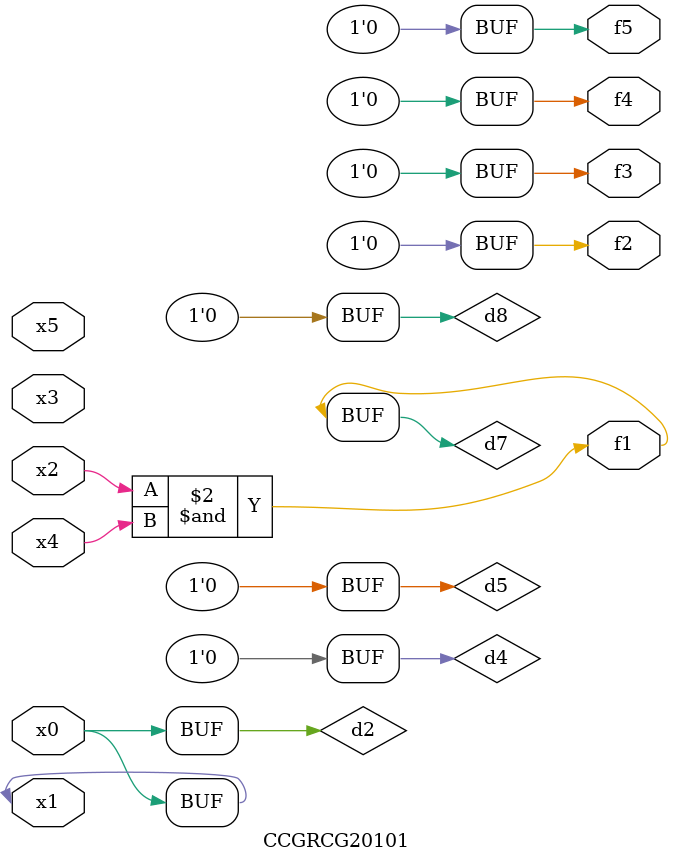
<source format=v>
module CCGRCG20101(
	input x0, x1, x2, x3, x4, x5,
	output f1, f2, f3, f4, f5
);

	wire d1, d2, d3, d4, d5, d6, d7, d8, d9;

	nand (d1, x1);
	buf (d2, x0, x1);
	nand (d3, x2, x4);
	and (d4, d1, d2);
	and (d5, d1, d2);
	nand (d6, d1, d3);
	not (d7, d3);
	xor (d8, d5);
	nor (d9, d5, d6);
	assign f1 = d7;
	assign f2 = d8;
	assign f3 = d8;
	assign f4 = d8;
	assign f5 = d8;
endmodule

</source>
